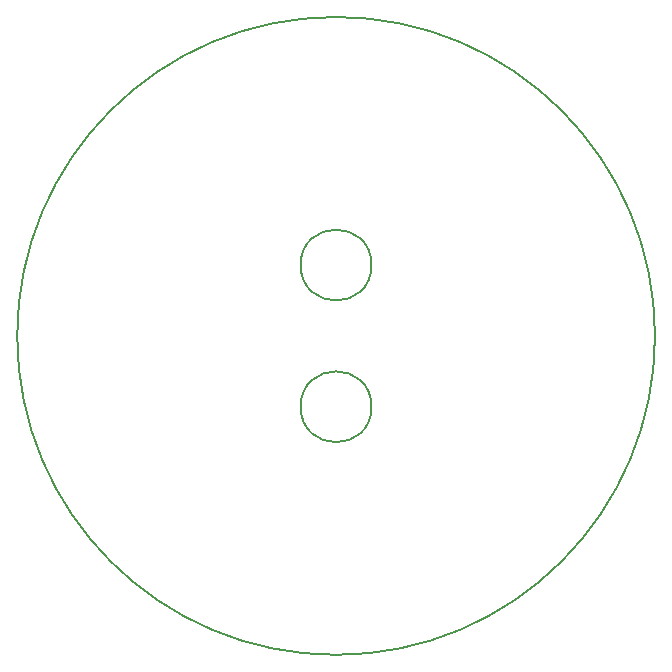
<source format=gbr>
%TF.GenerationSoftware,KiCad,Pcbnew,(6.0.2)*%
%TF.CreationDate,2022-06-07T19:59:20+02:00*%
%TF.ProjectId,touch,746f7563-682e-46b6-9963-61645f706362,rev?*%
%TF.SameCoordinates,Original*%
%TF.FileFunction,Profile,NP*%
%FSLAX46Y46*%
G04 Gerber Fmt 4.6, Leading zero omitted, Abs format (unit mm)*
G04 Created by KiCad (PCBNEW (6.0.2)) date 2022-06-07 19:59:20*
%MOMM*%
%LPD*%
G01*
G04 APERTURE LIST*
%TA.AperFunction,Profile*%
%ADD10C,0.200000*%
%TD*%
G04 APERTURE END LIST*
D10*
X3000000Y-6000000D02*
G75*
G03*
X3000000Y-6000000I-3000000J0D01*
G01*
X27000000Y0D02*
G75*
G03*
X27000000Y0I-27000000J0D01*
G01*
X3000000Y6000000D02*
G75*
G03*
X3000000Y6000000I-3000000J0D01*
G01*
M02*

</source>
